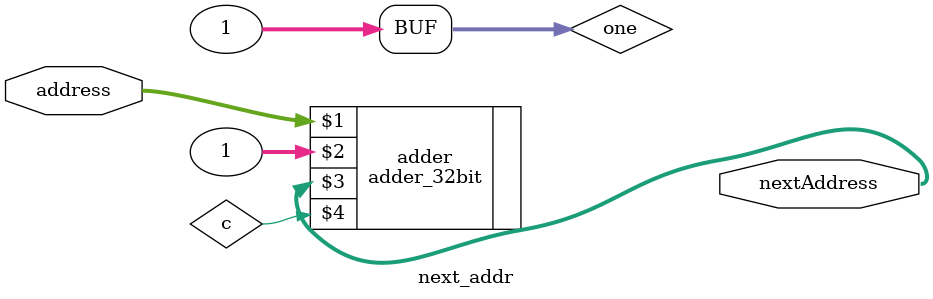
<source format=v>
`timescale 1ns / 1ps
module next_addr(
	 input [31:0] address,
	 output [31:0] nextAddress
    );

	 wire [31:0] one;
	 wire c;
	 assign one = 32'b1;
	 adder_32bit adder(address, one, nextAddress, c);

endmodule

//01000000000000010000000000000001,

</source>
